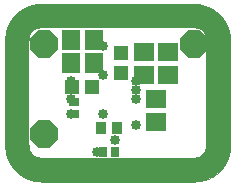
<source format=gbs>
G04 EAGLE Gerber RS-274X export*
G75*
%MOMM*%
%FSLAX35Y35*%
%LPD*%
%INsolder_mask_bottom*%
%IPPOS*%
%AMOC8*
5,1,8,0,0,1.08239X$1,22.5*%
G01*
%ADD10C,2.000000*%
%ADD11C,0.010000*%
%ADD12R,1.203200X1.303200*%
%ADD13R,1.303200X1.203200*%
%ADD14R,1.503200X1.703200*%
%ADD15R,1.703200X1.503200*%
%ADD16R,0.903200X0.803200*%
%ADD17R,0.903200X1.103200*%
%ADD18R,0.803200X0.903200*%
%ADD19P,2.556822X8X22.500000*%
%ADD20C,0.853200*%


D10*
X1500000Y3000000D02*
X2800000Y3000000D01*
X2804833Y3000058D01*
X2809663Y3000234D01*
X2814487Y3000525D01*
X2819303Y3000934D01*
X2824107Y3001458D01*
X2828898Y3002099D01*
X2833671Y3002855D01*
X2838425Y3003726D01*
X2843157Y3004712D01*
X2847863Y3005812D01*
X2852541Y3007025D01*
X2857189Y3008351D01*
X2861803Y3009789D01*
X2866382Y3011338D01*
X2870921Y3012997D01*
X2875419Y3014765D01*
X2879873Y3016642D01*
X2884280Y3018625D01*
X2888638Y3020715D01*
X2892945Y3022909D01*
X2897197Y3025206D01*
X2901392Y3027606D01*
X2905528Y3030106D01*
X2909603Y3032706D01*
X2913613Y3035403D01*
X2917557Y3038197D01*
X2921433Y3041084D01*
X2925237Y3044065D01*
X2928968Y3047137D01*
X2932625Y3050298D01*
X2936203Y3053546D01*
X2939702Y3056880D01*
X2943120Y3060298D01*
X2946454Y3063797D01*
X2949702Y3067375D01*
X2952863Y3071032D01*
X2955935Y3074763D01*
X2958916Y3078567D01*
X2961803Y3082443D01*
X2964597Y3086387D01*
X2967294Y3090397D01*
X2969894Y3094472D01*
X2972394Y3098608D01*
X2974794Y3102803D01*
X2977091Y3107055D01*
X2979285Y3111362D01*
X2981375Y3115720D01*
X2983358Y3120127D01*
X2985235Y3124581D01*
X2987003Y3129079D01*
X2988662Y3133618D01*
X2990211Y3138197D01*
X2991649Y3142811D01*
X2992975Y3147459D01*
X2994188Y3152137D01*
X2995288Y3156843D01*
X2996274Y3161575D01*
X2997145Y3166329D01*
X2997901Y3171102D01*
X2998542Y3175893D01*
X2999066Y3180697D01*
X2999475Y3185513D01*
X2999766Y3190337D01*
X2999942Y3195167D01*
X3000000Y3200000D01*
X3000000Y4100000D01*
X2999942Y4104833D01*
X2999766Y4109663D01*
X2999475Y4114487D01*
X2999066Y4119303D01*
X2998542Y4124107D01*
X2997901Y4128898D01*
X2997145Y4133671D01*
X2996274Y4138425D01*
X2995288Y4143157D01*
X2994188Y4147863D01*
X2992975Y4152541D01*
X2991649Y4157189D01*
X2990211Y4161803D01*
X2988662Y4166382D01*
X2987003Y4170921D01*
X2985235Y4175419D01*
X2983358Y4179873D01*
X2981375Y4184280D01*
X2979285Y4188638D01*
X2977091Y4192945D01*
X2974794Y4197197D01*
X2972394Y4201392D01*
X2969894Y4205528D01*
X2967294Y4209603D01*
X2964597Y4213613D01*
X2961803Y4217557D01*
X2958916Y4221433D01*
X2955935Y4225237D01*
X2952863Y4228968D01*
X2949702Y4232625D01*
X2946454Y4236203D01*
X2943120Y4239702D01*
X2939702Y4243120D01*
X2936203Y4246454D01*
X2932625Y4249702D01*
X2928968Y4252863D01*
X2925237Y4255935D01*
X2921433Y4258916D01*
X2917557Y4261803D01*
X2913613Y4264597D01*
X2909603Y4267294D01*
X2905528Y4269894D01*
X2901392Y4272394D01*
X2897197Y4274794D01*
X2892945Y4277091D01*
X2888638Y4279285D01*
X2884280Y4281375D01*
X2879873Y4283358D01*
X2875419Y4285235D01*
X2870921Y4287003D01*
X2866382Y4288662D01*
X2861803Y4290211D01*
X2857189Y4291649D01*
X2852541Y4292975D01*
X2847863Y4294188D01*
X2843157Y4295288D01*
X2838425Y4296274D01*
X2833671Y4297145D01*
X2828898Y4297901D01*
X2824107Y4298542D01*
X2819303Y4299066D01*
X2814487Y4299475D01*
X2809663Y4299766D01*
X2804833Y4299942D01*
X2800000Y4300000D01*
X1500000Y4300000D01*
X1495167Y4299942D01*
X1490337Y4299766D01*
X1485513Y4299475D01*
X1480697Y4299066D01*
X1475893Y4298542D01*
X1471102Y4297901D01*
X1466329Y4297145D01*
X1461575Y4296274D01*
X1456843Y4295288D01*
X1452137Y4294188D01*
X1447459Y4292975D01*
X1442811Y4291649D01*
X1438197Y4290211D01*
X1433618Y4288662D01*
X1429079Y4287003D01*
X1424581Y4285235D01*
X1420127Y4283358D01*
X1415720Y4281375D01*
X1411362Y4279285D01*
X1407055Y4277091D01*
X1402803Y4274794D01*
X1398608Y4272394D01*
X1394472Y4269894D01*
X1390397Y4267294D01*
X1386387Y4264597D01*
X1382443Y4261803D01*
X1378567Y4258916D01*
X1374763Y4255935D01*
X1371032Y4252863D01*
X1367375Y4249702D01*
X1363797Y4246454D01*
X1360298Y4243120D01*
X1356880Y4239702D01*
X1353546Y4236203D01*
X1350298Y4232625D01*
X1347137Y4228968D01*
X1344065Y4225237D01*
X1341084Y4221433D01*
X1338197Y4217557D01*
X1335403Y4213613D01*
X1332706Y4209603D01*
X1330106Y4205528D01*
X1327606Y4201392D01*
X1325206Y4197197D01*
X1322909Y4192945D01*
X1320715Y4188638D01*
X1318625Y4184280D01*
X1316642Y4179873D01*
X1314765Y4175419D01*
X1312997Y4170921D01*
X1311338Y4166382D01*
X1309789Y4161803D01*
X1308351Y4157189D01*
X1307025Y4152541D01*
X1305812Y4147863D01*
X1304712Y4143157D01*
X1303726Y4138425D01*
X1302855Y4133671D01*
X1302099Y4128898D01*
X1301458Y4124107D01*
X1300934Y4119303D01*
X1300525Y4114487D01*
X1300234Y4109663D01*
X1300058Y4104833D01*
X1300000Y4100000D01*
X1300000Y3200000D01*
X1300058Y3195167D01*
X1300234Y3190337D01*
X1300525Y3185513D01*
X1300934Y3180697D01*
X1301458Y3175893D01*
X1302099Y3171102D01*
X1302855Y3166329D01*
X1303726Y3161575D01*
X1304712Y3156843D01*
X1305812Y3152137D01*
X1307025Y3147459D01*
X1308351Y3142811D01*
X1309789Y3138197D01*
X1311338Y3133618D01*
X1312997Y3129079D01*
X1314765Y3124581D01*
X1316642Y3120127D01*
X1318625Y3115720D01*
X1320715Y3111362D01*
X1322909Y3107055D01*
X1325206Y3102803D01*
X1327606Y3098608D01*
X1330106Y3094472D01*
X1332706Y3090397D01*
X1335403Y3086387D01*
X1338197Y3082443D01*
X1341084Y3078567D01*
X1344065Y3074763D01*
X1347137Y3071032D01*
X1350298Y3067375D01*
X1353546Y3063797D01*
X1356880Y3060298D01*
X1360298Y3056880D01*
X1363797Y3053546D01*
X1367375Y3050298D01*
X1371032Y3047137D01*
X1374763Y3044065D01*
X1378567Y3041084D01*
X1382443Y3038197D01*
X1386387Y3035403D01*
X1390397Y3032706D01*
X1394472Y3030106D01*
X1398608Y3027606D01*
X1402803Y3025206D01*
X1407055Y3022909D01*
X1411362Y3020715D01*
X1415720Y3018625D01*
X1420127Y3016642D01*
X1424581Y3014765D01*
X1429079Y3012997D01*
X1433618Y3011338D01*
X1438197Y3009789D01*
X1442811Y3008351D01*
X1447459Y3007025D01*
X1452137Y3005812D01*
X1456843Y3004712D01*
X1461575Y3003726D01*
X1466329Y3002855D01*
X1471102Y3002099D01*
X1475893Y3001458D01*
X1480697Y3000934D01*
X1485513Y3000525D01*
X1490337Y3000234D01*
X1495167Y3000058D01*
X1500000Y3000000D01*
D11*
X3100000Y3200000D02*
X3100000Y4100000D01*
X3100000Y3200000D02*
X3099912Y3192751D01*
X3099650Y3185506D01*
X3099212Y3178270D01*
X3098599Y3171046D01*
X3097813Y3163839D01*
X3096852Y3156653D01*
X3095718Y3149493D01*
X3094411Y3142362D01*
X3092932Y3135265D01*
X3091283Y3128205D01*
X3089463Y3121188D01*
X3087474Y3114216D01*
X3085317Y3107295D01*
X3082994Y3100428D01*
X3080505Y3093619D01*
X3077852Y3086872D01*
X3075038Y3080191D01*
X3072062Y3073580D01*
X3068928Y3067043D01*
X3065637Y3060583D01*
X3062190Y3054205D01*
X3058591Y3047912D01*
X3054840Y3041708D01*
X3050941Y3035596D01*
X3046895Y3029581D01*
X3042705Y3023664D01*
X3038373Y3017851D01*
X3033902Y3012144D01*
X3029295Y3006547D01*
X3024553Y3001063D01*
X3019681Y2995695D01*
X3014680Y2990447D01*
X3009553Y2985320D01*
X3004305Y2980319D01*
X2998937Y2975447D01*
X2993453Y2970705D01*
X2987856Y2966098D01*
X2982149Y2961627D01*
X2976336Y2957295D01*
X2970419Y2953105D01*
X2964404Y2949059D01*
X2958292Y2945160D01*
X2952088Y2941409D01*
X2945795Y2937810D01*
X2939417Y2934363D01*
X2932957Y2931072D01*
X2926420Y2927938D01*
X2919809Y2924962D01*
X2913128Y2922148D01*
X2906381Y2919495D01*
X2899572Y2917006D01*
X2892705Y2914683D01*
X2885784Y2912526D01*
X2878812Y2910537D01*
X2871795Y2908717D01*
X2864735Y2907068D01*
X2857638Y2905589D01*
X2850507Y2904282D01*
X2843347Y2903148D01*
X2836161Y2902187D01*
X2828954Y2901401D01*
X2821730Y2900788D01*
X2814494Y2900350D01*
X2807249Y2900088D01*
X2800000Y2900000D01*
X1500000Y2900000D01*
X1492751Y2900088D01*
X1485506Y2900350D01*
X1478270Y2900788D01*
X1471046Y2901401D01*
X1463839Y2902187D01*
X1456653Y2903148D01*
X1449493Y2904282D01*
X1442362Y2905589D01*
X1435265Y2907068D01*
X1428205Y2908717D01*
X1421188Y2910537D01*
X1414216Y2912526D01*
X1407295Y2914683D01*
X1400428Y2917006D01*
X1393619Y2919495D01*
X1386872Y2922148D01*
X1380191Y2924962D01*
X1373580Y2927938D01*
X1367043Y2931072D01*
X1360583Y2934363D01*
X1354205Y2937810D01*
X1347912Y2941409D01*
X1341708Y2945160D01*
X1335596Y2949059D01*
X1329581Y2953105D01*
X1323664Y2957295D01*
X1317851Y2961627D01*
X1312144Y2966098D01*
X1306547Y2970705D01*
X1301063Y2975447D01*
X1295695Y2980319D01*
X1290447Y2985320D01*
X1285320Y2990447D01*
X1280319Y2995695D01*
X1275447Y3001063D01*
X1270705Y3006547D01*
X1266098Y3012144D01*
X1261627Y3017851D01*
X1257295Y3023664D01*
X1253105Y3029581D01*
X1249059Y3035596D01*
X1245160Y3041708D01*
X1241409Y3047912D01*
X1237810Y3054205D01*
X1234363Y3060583D01*
X1231072Y3067043D01*
X1227938Y3073580D01*
X1224962Y3080191D01*
X1222148Y3086872D01*
X1219495Y3093619D01*
X1217006Y3100428D01*
X1214683Y3107295D01*
X1212526Y3114216D01*
X1210537Y3121188D01*
X1208717Y3128205D01*
X1207068Y3135265D01*
X1205589Y3142362D01*
X1204282Y3149493D01*
X1203148Y3156653D01*
X1202187Y3163839D01*
X1201401Y3171046D01*
X1200788Y3178270D01*
X1200350Y3185506D01*
X1200088Y3192751D01*
X1200000Y3200000D01*
X1200000Y4100000D01*
X1200088Y4107249D01*
X1200350Y4114494D01*
X1200788Y4121730D01*
X1201401Y4128954D01*
X1202187Y4136161D01*
X1203148Y4143347D01*
X1204282Y4150507D01*
X1205589Y4157638D01*
X1207068Y4164735D01*
X1208717Y4171795D01*
X1210537Y4178812D01*
X1212526Y4185784D01*
X1214683Y4192705D01*
X1217006Y4199572D01*
X1219495Y4206381D01*
X1222148Y4213128D01*
X1224962Y4219809D01*
X1227938Y4226420D01*
X1231072Y4232957D01*
X1234363Y4239417D01*
X1237810Y4245795D01*
X1241409Y4252088D01*
X1245160Y4258292D01*
X1249059Y4264404D01*
X1253105Y4270419D01*
X1257295Y4276336D01*
X1261627Y4282149D01*
X1266098Y4287856D01*
X1270705Y4293453D01*
X1275447Y4298937D01*
X1280319Y4304305D01*
X1285320Y4309553D01*
X1290447Y4314680D01*
X1295695Y4319681D01*
X1301063Y4324553D01*
X1306547Y4329295D01*
X1312144Y4333902D01*
X1317851Y4338373D01*
X1323664Y4342705D01*
X1329581Y4346895D01*
X1335596Y4350941D01*
X1341708Y4354840D01*
X1347912Y4358591D01*
X1354205Y4362190D01*
X1360583Y4365637D01*
X1367043Y4368928D01*
X1373580Y4372062D01*
X1380191Y4375038D01*
X1386872Y4377852D01*
X1393619Y4380505D01*
X1400428Y4382994D01*
X1407295Y4385317D01*
X1414216Y4387474D01*
X1421188Y4389463D01*
X1428205Y4391283D01*
X1435265Y4392932D01*
X1442362Y4394411D01*
X1449493Y4395718D01*
X1456653Y4396852D01*
X1463839Y4397813D01*
X1471046Y4398599D01*
X1478270Y4399212D01*
X1485506Y4399650D01*
X1492751Y4399912D01*
X1500000Y4400000D01*
X2800000Y4400000D01*
X2807249Y4399912D01*
X2814494Y4399650D01*
X2821730Y4399212D01*
X2828954Y4398599D01*
X2836161Y4397813D01*
X2843347Y4396852D01*
X2850507Y4395718D01*
X2857638Y4394411D01*
X2864735Y4392932D01*
X2871795Y4391283D01*
X2878812Y4389463D01*
X2885784Y4387474D01*
X2892705Y4385317D01*
X2899572Y4382994D01*
X2906381Y4380505D01*
X2913128Y4377852D01*
X2919809Y4375038D01*
X2926420Y4372062D01*
X2932957Y4368928D01*
X2939417Y4365637D01*
X2945795Y4362190D01*
X2952088Y4358591D01*
X2958292Y4354840D01*
X2964404Y4350941D01*
X2970419Y4346895D01*
X2976336Y4342705D01*
X2982149Y4338373D01*
X2987856Y4333902D01*
X2993453Y4329295D01*
X2998937Y4324553D01*
X3004305Y4319681D01*
X3009553Y4314680D01*
X3014680Y4309553D01*
X3019681Y4304305D01*
X3024553Y4298937D01*
X3029295Y4293453D01*
X3033902Y4287856D01*
X3038373Y4282149D01*
X3042705Y4276336D01*
X3046895Y4270419D01*
X3050941Y4264404D01*
X3054840Y4258292D01*
X3058591Y4252088D01*
X3062190Y4245795D01*
X3065637Y4239417D01*
X3068928Y4232957D01*
X3072062Y4226420D01*
X3075038Y4219809D01*
X3077852Y4213128D01*
X3080505Y4206381D01*
X3082994Y4199572D01*
X3085317Y4192705D01*
X3087474Y4185784D01*
X3089463Y4178812D01*
X3091283Y4171795D01*
X3092932Y4164735D01*
X3094411Y4157638D01*
X3095718Y4150507D01*
X3096852Y4143347D01*
X3097813Y4136161D01*
X3098599Y4128954D01*
X3099212Y4121730D01*
X3099650Y4114494D01*
X3099912Y4107249D01*
X3100000Y4100000D01*
D12*
X2175000Y3815000D03*
X2175000Y3985000D03*
D13*
X1765000Y3700000D03*
X1935000Y3700000D03*
D14*
X1755000Y3900000D03*
X1945000Y3900000D03*
X1755000Y4100000D03*
X1945000Y4100000D03*
D15*
X2375000Y3805000D03*
X2375000Y3995000D03*
X2575000Y3805000D03*
X2575000Y3995000D03*
X2475000Y3595000D03*
X2475000Y3405000D03*
D16*
X1775000Y3475000D03*
X1775000Y3575000D03*
D17*
X2140000Y3350000D03*
X2010000Y3350000D03*
D18*
X2025000Y3150000D03*
X2125000Y3150000D03*
D19*
X1524000Y4064000D03*
X1524000Y3302000D03*
X2794000Y4064000D03*
D20*
X1750000Y3475000D03*
X2025000Y3475000D03*
X2375000Y4000000D03*
X2575000Y4000000D03*
X2025000Y4050000D03*
X2025000Y3800000D03*
X1975000Y3150000D03*
X2125000Y3250000D03*
X1750000Y3600000D03*
X1750000Y3675000D03*
X1750000Y3750000D03*
X2300000Y3600000D03*
X2300000Y3375000D03*
X2300000Y3675000D03*
X2300000Y3750000D03*
M02*

</source>
